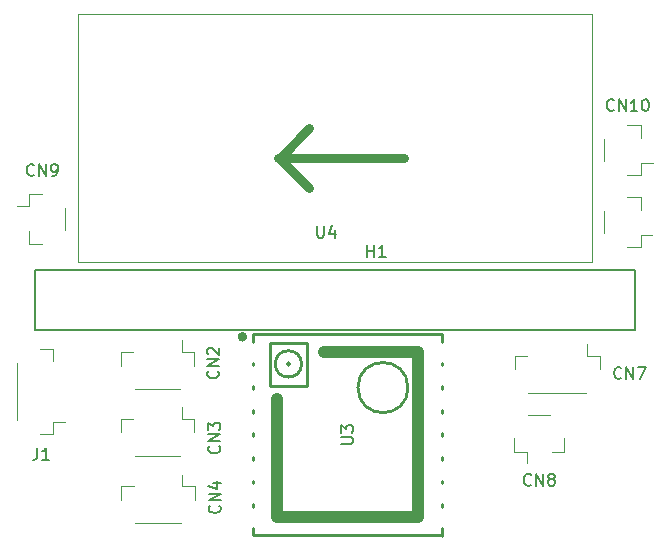
<source format=gbr>
%TF.GenerationSoftware,KiCad,Pcbnew,9.0.2*%
%TF.CreationDate,2025-09-10T19:31:46+05:30*%
%TF.ProjectId,ProDoc_Board1_2025-09-03,50726f44-6f63-45f4-926f-617264315f32,rev?*%
%TF.SameCoordinates,Original*%
%TF.FileFunction,Legend,Top*%
%TF.FilePolarity,Positive*%
%FSLAX46Y46*%
G04 Gerber Fmt 4.6, Leading zero omitted, Abs format (unit mm)*
G04 Created by KiCad (PCBNEW 9.0.2) date 2025-09-10 19:31:46*
%MOMM*%
%LPD*%
G01*
G04 APERTURE LIST*
%ADD10C,0.150000*%
%ADD11C,0.100000*%
%ADD12C,0.800000*%
%ADD13C,0.120000*%
%ADD14C,0.203000*%
%ADD15C,0.254000*%
%ADD16C,1.000000*%
%ADD17C,0.400000*%
G04 APERTURE END LIST*
D10*
X150728095Y-93744819D02*
X150728095Y-94554342D01*
X150728095Y-94554342D02*
X150775714Y-94649580D01*
X150775714Y-94649580D02*
X150823333Y-94697200D01*
X150823333Y-94697200D02*
X150918571Y-94744819D01*
X150918571Y-94744819D02*
X151109047Y-94744819D01*
X151109047Y-94744819D02*
X151204285Y-94697200D01*
X151204285Y-94697200D02*
X151251904Y-94649580D01*
X151251904Y-94649580D02*
X151299523Y-94554342D01*
X151299523Y-94554342D02*
X151299523Y-93744819D01*
X152204285Y-94078152D02*
X152204285Y-94744819D01*
X151966190Y-93697200D02*
X151728095Y-94411485D01*
X151728095Y-94411485D02*
X152347142Y-94411485D01*
X142454580Y-117430476D02*
X142502200Y-117478095D01*
X142502200Y-117478095D02*
X142549819Y-117620952D01*
X142549819Y-117620952D02*
X142549819Y-117716190D01*
X142549819Y-117716190D02*
X142502200Y-117859047D01*
X142502200Y-117859047D02*
X142406961Y-117954285D01*
X142406961Y-117954285D02*
X142311723Y-118001904D01*
X142311723Y-118001904D02*
X142121247Y-118049523D01*
X142121247Y-118049523D02*
X141978390Y-118049523D01*
X141978390Y-118049523D02*
X141787914Y-118001904D01*
X141787914Y-118001904D02*
X141692676Y-117954285D01*
X141692676Y-117954285D02*
X141597438Y-117859047D01*
X141597438Y-117859047D02*
X141549819Y-117716190D01*
X141549819Y-117716190D02*
X141549819Y-117620952D01*
X141549819Y-117620952D02*
X141597438Y-117478095D01*
X141597438Y-117478095D02*
X141645057Y-117430476D01*
X142549819Y-117001904D02*
X141549819Y-117001904D01*
X141549819Y-117001904D02*
X142549819Y-116430476D01*
X142549819Y-116430476D02*
X141549819Y-116430476D01*
X141883152Y-115525714D02*
X142549819Y-115525714D01*
X141502200Y-115763809D02*
X142216485Y-116001904D01*
X142216485Y-116001904D02*
X142216485Y-115382857D01*
X142319580Y-106050476D02*
X142367200Y-106098095D01*
X142367200Y-106098095D02*
X142414819Y-106240952D01*
X142414819Y-106240952D02*
X142414819Y-106336190D01*
X142414819Y-106336190D02*
X142367200Y-106479047D01*
X142367200Y-106479047D02*
X142271961Y-106574285D01*
X142271961Y-106574285D02*
X142176723Y-106621904D01*
X142176723Y-106621904D02*
X141986247Y-106669523D01*
X141986247Y-106669523D02*
X141843390Y-106669523D01*
X141843390Y-106669523D02*
X141652914Y-106621904D01*
X141652914Y-106621904D02*
X141557676Y-106574285D01*
X141557676Y-106574285D02*
X141462438Y-106479047D01*
X141462438Y-106479047D02*
X141414819Y-106336190D01*
X141414819Y-106336190D02*
X141414819Y-106240952D01*
X141414819Y-106240952D02*
X141462438Y-106098095D01*
X141462438Y-106098095D02*
X141510057Y-106050476D01*
X142414819Y-105621904D02*
X141414819Y-105621904D01*
X141414819Y-105621904D02*
X142414819Y-105050476D01*
X142414819Y-105050476D02*
X141414819Y-105050476D01*
X141510057Y-104621904D02*
X141462438Y-104574285D01*
X141462438Y-104574285D02*
X141414819Y-104479047D01*
X141414819Y-104479047D02*
X141414819Y-104240952D01*
X141414819Y-104240952D02*
X141462438Y-104145714D01*
X141462438Y-104145714D02*
X141510057Y-104098095D01*
X141510057Y-104098095D02*
X141605295Y-104050476D01*
X141605295Y-104050476D02*
X141700533Y-104050476D01*
X141700533Y-104050476D02*
X141843390Y-104098095D01*
X141843390Y-104098095D02*
X142414819Y-104669523D01*
X142414819Y-104669523D02*
X142414819Y-104050476D01*
X127036666Y-112539819D02*
X127036666Y-113254104D01*
X127036666Y-113254104D02*
X126989047Y-113396961D01*
X126989047Y-113396961D02*
X126893809Y-113492200D01*
X126893809Y-113492200D02*
X126750952Y-113539819D01*
X126750952Y-113539819D02*
X126655714Y-113539819D01*
X128036666Y-113539819D02*
X127465238Y-113539819D01*
X127750952Y-113539819D02*
X127750952Y-112539819D01*
X127750952Y-112539819D02*
X127655714Y-112682676D01*
X127655714Y-112682676D02*
X127560476Y-112777914D01*
X127560476Y-112777914D02*
X127465238Y-112825533D01*
X175840003Y-83933580D02*
X175792384Y-83981200D01*
X175792384Y-83981200D02*
X175649527Y-84028819D01*
X175649527Y-84028819D02*
X175554289Y-84028819D01*
X175554289Y-84028819D02*
X175411432Y-83981200D01*
X175411432Y-83981200D02*
X175316194Y-83885961D01*
X175316194Y-83885961D02*
X175268575Y-83790723D01*
X175268575Y-83790723D02*
X175220956Y-83600247D01*
X175220956Y-83600247D02*
X175220956Y-83457390D01*
X175220956Y-83457390D02*
X175268575Y-83266914D01*
X175268575Y-83266914D02*
X175316194Y-83171676D01*
X175316194Y-83171676D02*
X175411432Y-83076438D01*
X175411432Y-83076438D02*
X175554289Y-83028819D01*
X175554289Y-83028819D02*
X175649527Y-83028819D01*
X175649527Y-83028819D02*
X175792384Y-83076438D01*
X175792384Y-83076438D02*
X175840003Y-83124057D01*
X176268575Y-84028819D02*
X176268575Y-83028819D01*
X176268575Y-83028819D02*
X176840003Y-84028819D01*
X176840003Y-84028819D02*
X176840003Y-83028819D01*
X177840003Y-84028819D02*
X177268575Y-84028819D01*
X177554289Y-84028819D02*
X177554289Y-83028819D01*
X177554289Y-83028819D02*
X177459051Y-83171676D01*
X177459051Y-83171676D02*
X177363813Y-83266914D01*
X177363813Y-83266914D02*
X177268575Y-83314533D01*
X178459051Y-83028819D02*
X178554289Y-83028819D01*
X178554289Y-83028819D02*
X178649527Y-83076438D01*
X178649527Y-83076438D02*
X178697146Y-83124057D01*
X178697146Y-83124057D02*
X178744765Y-83219295D01*
X178744765Y-83219295D02*
X178792384Y-83409771D01*
X178792384Y-83409771D02*
X178792384Y-83647866D01*
X178792384Y-83647866D02*
X178744765Y-83838342D01*
X178744765Y-83838342D02*
X178697146Y-83933580D01*
X178697146Y-83933580D02*
X178649527Y-83981200D01*
X178649527Y-83981200D02*
X178554289Y-84028819D01*
X178554289Y-84028819D02*
X178459051Y-84028819D01*
X178459051Y-84028819D02*
X178363813Y-83981200D01*
X178363813Y-83981200D02*
X178316194Y-83933580D01*
X178316194Y-83933580D02*
X178268575Y-83838342D01*
X178268575Y-83838342D02*
X178220956Y-83647866D01*
X178220956Y-83647866D02*
X178220956Y-83409771D01*
X178220956Y-83409771D02*
X178268575Y-83219295D01*
X178268575Y-83219295D02*
X178316194Y-83124057D01*
X178316194Y-83124057D02*
X178363813Y-83076438D01*
X178363813Y-83076438D02*
X178459051Y-83028819D01*
X154968095Y-96364819D02*
X154968095Y-95364819D01*
X154968095Y-95841009D02*
X155539523Y-95841009D01*
X155539523Y-96364819D02*
X155539523Y-95364819D01*
X156539523Y-96364819D02*
X155968095Y-96364819D01*
X156253809Y-96364819D02*
X156253809Y-95364819D01*
X156253809Y-95364819D02*
X156158571Y-95507676D01*
X156158571Y-95507676D02*
X156063333Y-95602914D01*
X156063333Y-95602914D02*
X155968095Y-95650533D01*
X176479523Y-106614580D02*
X176431904Y-106662200D01*
X176431904Y-106662200D02*
X176289047Y-106709819D01*
X176289047Y-106709819D02*
X176193809Y-106709819D01*
X176193809Y-106709819D02*
X176050952Y-106662200D01*
X176050952Y-106662200D02*
X175955714Y-106566961D01*
X175955714Y-106566961D02*
X175908095Y-106471723D01*
X175908095Y-106471723D02*
X175860476Y-106281247D01*
X175860476Y-106281247D02*
X175860476Y-106138390D01*
X175860476Y-106138390D02*
X175908095Y-105947914D01*
X175908095Y-105947914D02*
X175955714Y-105852676D01*
X175955714Y-105852676D02*
X176050952Y-105757438D01*
X176050952Y-105757438D02*
X176193809Y-105709819D01*
X176193809Y-105709819D02*
X176289047Y-105709819D01*
X176289047Y-105709819D02*
X176431904Y-105757438D01*
X176431904Y-105757438D02*
X176479523Y-105805057D01*
X176908095Y-106709819D02*
X176908095Y-105709819D01*
X176908095Y-105709819D02*
X177479523Y-106709819D01*
X177479523Y-106709819D02*
X177479523Y-105709819D01*
X177860476Y-105709819D02*
X178527142Y-105709819D01*
X178527142Y-105709819D02*
X178098571Y-106709819D01*
X168839523Y-115654580D02*
X168791904Y-115702200D01*
X168791904Y-115702200D02*
X168649047Y-115749819D01*
X168649047Y-115749819D02*
X168553809Y-115749819D01*
X168553809Y-115749819D02*
X168410952Y-115702200D01*
X168410952Y-115702200D02*
X168315714Y-115606961D01*
X168315714Y-115606961D02*
X168268095Y-115511723D01*
X168268095Y-115511723D02*
X168220476Y-115321247D01*
X168220476Y-115321247D02*
X168220476Y-115178390D01*
X168220476Y-115178390D02*
X168268095Y-114987914D01*
X168268095Y-114987914D02*
X168315714Y-114892676D01*
X168315714Y-114892676D02*
X168410952Y-114797438D01*
X168410952Y-114797438D02*
X168553809Y-114749819D01*
X168553809Y-114749819D02*
X168649047Y-114749819D01*
X168649047Y-114749819D02*
X168791904Y-114797438D01*
X168791904Y-114797438D02*
X168839523Y-114845057D01*
X169268095Y-115749819D02*
X169268095Y-114749819D01*
X169268095Y-114749819D02*
X169839523Y-115749819D01*
X169839523Y-115749819D02*
X169839523Y-114749819D01*
X170458571Y-115178390D02*
X170363333Y-115130771D01*
X170363333Y-115130771D02*
X170315714Y-115083152D01*
X170315714Y-115083152D02*
X170268095Y-114987914D01*
X170268095Y-114987914D02*
X170268095Y-114940295D01*
X170268095Y-114940295D02*
X170315714Y-114845057D01*
X170315714Y-114845057D02*
X170363333Y-114797438D01*
X170363333Y-114797438D02*
X170458571Y-114749819D01*
X170458571Y-114749819D02*
X170649047Y-114749819D01*
X170649047Y-114749819D02*
X170744285Y-114797438D01*
X170744285Y-114797438D02*
X170791904Y-114845057D01*
X170791904Y-114845057D02*
X170839523Y-114940295D01*
X170839523Y-114940295D02*
X170839523Y-114987914D01*
X170839523Y-114987914D02*
X170791904Y-115083152D01*
X170791904Y-115083152D02*
X170744285Y-115130771D01*
X170744285Y-115130771D02*
X170649047Y-115178390D01*
X170649047Y-115178390D02*
X170458571Y-115178390D01*
X170458571Y-115178390D02*
X170363333Y-115226009D01*
X170363333Y-115226009D02*
X170315714Y-115273628D01*
X170315714Y-115273628D02*
X170268095Y-115368866D01*
X170268095Y-115368866D02*
X170268095Y-115559342D01*
X170268095Y-115559342D02*
X170315714Y-115654580D01*
X170315714Y-115654580D02*
X170363333Y-115702200D01*
X170363333Y-115702200D02*
X170458571Y-115749819D01*
X170458571Y-115749819D02*
X170649047Y-115749819D01*
X170649047Y-115749819D02*
X170744285Y-115702200D01*
X170744285Y-115702200D02*
X170791904Y-115654580D01*
X170791904Y-115654580D02*
X170839523Y-115559342D01*
X170839523Y-115559342D02*
X170839523Y-115368866D01*
X170839523Y-115368866D02*
X170791904Y-115273628D01*
X170791904Y-115273628D02*
X170744285Y-115226009D01*
X170744285Y-115226009D02*
X170649047Y-115178390D01*
X142424580Y-112400476D02*
X142472200Y-112448095D01*
X142472200Y-112448095D02*
X142519819Y-112590952D01*
X142519819Y-112590952D02*
X142519819Y-112686190D01*
X142519819Y-112686190D02*
X142472200Y-112829047D01*
X142472200Y-112829047D02*
X142376961Y-112924285D01*
X142376961Y-112924285D02*
X142281723Y-112971904D01*
X142281723Y-112971904D02*
X142091247Y-113019523D01*
X142091247Y-113019523D02*
X141948390Y-113019523D01*
X141948390Y-113019523D02*
X141757914Y-112971904D01*
X141757914Y-112971904D02*
X141662676Y-112924285D01*
X141662676Y-112924285D02*
X141567438Y-112829047D01*
X141567438Y-112829047D02*
X141519819Y-112686190D01*
X141519819Y-112686190D02*
X141519819Y-112590952D01*
X141519819Y-112590952D02*
X141567438Y-112448095D01*
X141567438Y-112448095D02*
X141615057Y-112400476D01*
X142519819Y-111971904D02*
X141519819Y-111971904D01*
X141519819Y-111971904D02*
X142519819Y-111400476D01*
X142519819Y-111400476D02*
X141519819Y-111400476D01*
X141519819Y-111019523D02*
X141519819Y-110400476D01*
X141519819Y-110400476D02*
X141900771Y-110733809D01*
X141900771Y-110733809D02*
X141900771Y-110590952D01*
X141900771Y-110590952D02*
X141948390Y-110495714D01*
X141948390Y-110495714D02*
X141996009Y-110448095D01*
X141996009Y-110448095D02*
X142091247Y-110400476D01*
X142091247Y-110400476D02*
X142329342Y-110400476D01*
X142329342Y-110400476D02*
X142424580Y-110448095D01*
X142424580Y-110448095D02*
X142472200Y-110495714D01*
X142472200Y-110495714D02*
X142519819Y-110590952D01*
X142519819Y-110590952D02*
X142519819Y-110876666D01*
X142519819Y-110876666D02*
X142472200Y-110971904D01*
X142472200Y-110971904D02*
X142424580Y-111019523D01*
X126739523Y-89434580D02*
X126691904Y-89482200D01*
X126691904Y-89482200D02*
X126549047Y-89529819D01*
X126549047Y-89529819D02*
X126453809Y-89529819D01*
X126453809Y-89529819D02*
X126310952Y-89482200D01*
X126310952Y-89482200D02*
X126215714Y-89386961D01*
X126215714Y-89386961D02*
X126168095Y-89291723D01*
X126168095Y-89291723D02*
X126120476Y-89101247D01*
X126120476Y-89101247D02*
X126120476Y-88958390D01*
X126120476Y-88958390D02*
X126168095Y-88767914D01*
X126168095Y-88767914D02*
X126215714Y-88672676D01*
X126215714Y-88672676D02*
X126310952Y-88577438D01*
X126310952Y-88577438D02*
X126453809Y-88529819D01*
X126453809Y-88529819D02*
X126549047Y-88529819D01*
X126549047Y-88529819D02*
X126691904Y-88577438D01*
X126691904Y-88577438D02*
X126739523Y-88625057D01*
X127168095Y-89529819D02*
X127168095Y-88529819D01*
X127168095Y-88529819D02*
X127739523Y-89529819D01*
X127739523Y-89529819D02*
X127739523Y-88529819D01*
X128263333Y-89529819D02*
X128453809Y-89529819D01*
X128453809Y-89529819D02*
X128549047Y-89482200D01*
X128549047Y-89482200D02*
X128596666Y-89434580D01*
X128596666Y-89434580D02*
X128691904Y-89291723D01*
X128691904Y-89291723D02*
X128739523Y-89101247D01*
X128739523Y-89101247D02*
X128739523Y-88720295D01*
X128739523Y-88720295D02*
X128691904Y-88625057D01*
X128691904Y-88625057D02*
X128644285Y-88577438D01*
X128644285Y-88577438D02*
X128549047Y-88529819D01*
X128549047Y-88529819D02*
X128358571Y-88529819D01*
X128358571Y-88529819D02*
X128263333Y-88577438D01*
X128263333Y-88577438D02*
X128215714Y-88625057D01*
X128215714Y-88625057D02*
X128168095Y-88720295D01*
X128168095Y-88720295D02*
X128168095Y-88958390D01*
X128168095Y-88958390D02*
X128215714Y-89053628D01*
X128215714Y-89053628D02*
X128263333Y-89101247D01*
X128263333Y-89101247D02*
X128358571Y-89148866D01*
X128358571Y-89148866D02*
X128549047Y-89148866D01*
X128549047Y-89148866D02*
X128644285Y-89101247D01*
X128644285Y-89101247D02*
X128691904Y-89053628D01*
X128691904Y-89053628D02*
X128739523Y-88958390D01*
X152744819Y-112201904D02*
X153554342Y-112201904D01*
X153554342Y-112201904D02*
X153649580Y-112154285D01*
X153649580Y-112154285D02*
X153697200Y-112106666D01*
X153697200Y-112106666D02*
X153744819Y-112011428D01*
X153744819Y-112011428D02*
X153744819Y-111820952D01*
X153744819Y-111820952D02*
X153697200Y-111725714D01*
X153697200Y-111725714D02*
X153649580Y-111678095D01*
X153649580Y-111678095D02*
X153554342Y-111630476D01*
X153554342Y-111630476D02*
X152744819Y-111630476D01*
X152744819Y-111249523D02*
X152744819Y-110630476D01*
X152744819Y-110630476D02*
X153125771Y-110963809D01*
X153125771Y-110963809D02*
X153125771Y-110820952D01*
X153125771Y-110820952D02*
X153173390Y-110725714D01*
X153173390Y-110725714D02*
X153221009Y-110678095D01*
X153221009Y-110678095D02*
X153316247Y-110630476D01*
X153316247Y-110630476D02*
X153554342Y-110630476D01*
X153554342Y-110630476D02*
X153649580Y-110678095D01*
X153649580Y-110678095D02*
X153697200Y-110725714D01*
X153697200Y-110725714D02*
X153744819Y-110820952D01*
X153744819Y-110820952D02*
X153744819Y-111106666D01*
X153744819Y-111106666D02*
X153697200Y-111201904D01*
X153697200Y-111201904D02*
X153649580Y-111249523D01*
D11*
%TO.C,U4*%
X173990000Y-96790000D02*
X173990000Y-75790000D01*
X173490000Y-96790000D02*
X130490000Y-96790000D01*
D12*
X158078000Y-87988000D02*
X147410000Y-87988000D01*
X147640000Y-88139000D02*
X150053000Y-90552000D01*
X147640000Y-87885000D02*
X150053000Y-85472000D01*
D11*
X130490000Y-96790000D02*
X130490000Y-75790000D01*
X130490000Y-75790000D02*
X173490000Y-75790000D01*
X173990000Y-75790000D02*
X173490000Y-75790000D01*
X173990000Y-96790000D02*
X173490000Y-96790000D01*
D13*
%TO.C,CN4*%
X134130000Y-115815000D02*
X135180000Y-115815000D01*
X134130000Y-116965000D02*
X134130000Y-115815000D01*
X139180000Y-118935000D02*
X135300000Y-118935000D01*
X139300000Y-115815000D02*
X139300000Y-114825000D01*
X140350000Y-115815000D02*
X139300000Y-115815000D01*
X140350000Y-116965000D02*
X140350000Y-115815000D01*
%TO.C,CN2*%
X134100000Y-104425000D02*
X135150000Y-104425000D01*
X134100000Y-105575000D02*
X134100000Y-104425000D01*
X139150000Y-107545000D02*
X135270000Y-107545000D01*
X139270000Y-104425000D02*
X139270000Y-103435000D01*
X140320000Y-104425000D02*
X139270000Y-104425000D01*
X140320000Y-105575000D02*
X140320000Y-104425000D01*
%TO.C,J1*%
X125280000Y-110215000D02*
X125280000Y-105335000D01*
X127250000Y-104165000D02*
X128400000Y-104165000D01*
X127250000Y-111385000D02*
X128400000Y-111385000D01*
X128400000Y-104165000D02*
X128400000Y-105215000D01*
X128400000Y-110335000D02*
X129390000Y-110335000D01*
X128400000Y-111385000D02*
X128400000Y-110335000D01*
%TO.C,CN10*%
X178127400Y-89440000D02*
X178127400Y-88390000D01*
X178127400Y-88390000D02*
X179117400Y-88390000D01*
X178127400Y-85220000D02*
X178127400Y-86270000D01*
X176977400Y-89440000D02*
X178127400Y-89440000D01*
X176977400Y-85220000D02*
X178127400Y-85220000D01*
X175007400Y-88270000D02*
X175007400Y-86390000D01*
D14*
%TO.C,H1*%
X126840000Y-97500000D02*
X126840000Y-102580000D01*
X126840000Y-102580000D02*
X177640000Y-102580000D01*
X177640000Y-97500000D02*
X126840000Y-97500000D01*
X177640000Y-102580000D02*
X177640000Y-97500000D01*
D13*
%TO.C,CN7*%
X167440000Y-104755000D02*
X168490000Y-104755000D01*
X167440000Y-105905000D02*
X167440000Y-104755000D01*
X173490000Y-107875000D02*
X168610000Y-107875000D01*
X173610000Y-104755000D02*
X173610000Y-103765000D01*
X174660000Y-104755000D02*
X173610000Y-104755000D01*
X174660000Y-105905000D02*
X174660000Y-104755000D01*
%TO.C,CN8*%
X167420000Y-111705000D02*
X167420000Y-112855000D01*
X167420000Y-112855000D02*
X168470000Y-112855000D01*
X168470000Y-112855000D02*
X168470000Y-113845000D01*
X168590000Y-109735000D02*
X170470000Y-109735000D01*
X171640000Y-111705000D02*
X171640000Y-112855000D01*
X171640000Y-112855000D02*
X170590000Y-112855000D01*
%TO.C,CN3*%
X134090000Y-110085000D02*
X135140000Y-110085000D01*
X134090000Y-111235000D02*
X134090000Y-110085000D01*
X139140000Y-113205000D02*
X135260000Y-113205000D01*
X139260000Y-110085000D02*
X139260000Y-109095000D01*
X140310000Y-110085000D02*
X139260000Y-110085000D01*
X140310000Y-111235000D02*
X140310000Y-110085000D01*
%TO.C,CN9*%
X129410000Y-92225000D02*
X129410000Y-94105000D01*
X127440000Y-95275000D02*
X126290000Y-95275000D01*
X127440000Y-91055000D02*
X126290000Y-91055000D01*
X126290000Y-95275000D02*
X126290000Y-94225000D01*
X126290000Y-92105000D02*
X125300000Y-92105000D01*
X126290000Y-91055000D02*
X126290000Y-92105000D01*
D15*
%TO.C,U3*%
X145286000Y-102937000D02*
X145286000Y-103559000D01*
X145286000Y-105321000D02*
X145286000Y-105559000D01*
X145286000Y-107321000D02*
X145286000Y-107559000D01*
X145286000Y-109321000D02*
X145286000Y-109559000D01*
X145286000Y-111321000D02*
X145286000Y-111559000D01*
X145286000Y-113321000D02*
X145286000Y-113559000D01*
X145286000Y-115321000D02*
X145286000Y-115559000D01*
X145286000Y-117321000D02*
X145286000Y-117559000D01*
X145286000Y-119321000D02*
X145286000Y-119940000D01*
X145290000Y-119940000D02*
X161290000Y-119940000D01*
X146690000Y-103640000D02*
X149890000Y-103640000D01*
X146690000Y-107340000D02*
X146690000Y-103640000D01*
D16*
X147290000Y-118440000D02*
X147290000Y-108440000D01*
D15*
X149890000Y-103640000D02*
X149890000Y-107340000D01*
X149890000Y-107340000D02*
X146690000Y-107340000D01*
D16*
X151290000Y-104440000D02*
X159290000Y-104440000D01*
X159290000Y-104440000D02*
X159290000Y-118440000D01*
X159290000Y-118440000D02*
X147290000Y-118440000D01*
D15*
X161286000Y-102937000D02*
X145286000Y-102937000D01*
X161286000Y-102937000D02*
X161286000Y-103559000D01*
X161286000Y-105321000D02*
X161286000Y-105560500D01*
X161286000Y-107322500D02*
X161286000Y-107559000D01*
X161286000Y-109321000D02*
X161286000Y-109559000D01*
X161286000Y-111321000D02*
X161286000Y-111559000D01*
X161286000Y-113321000D02*
X161286000Y-113559000D01*
X161286000Y-115321000D02*
X161286000Y-115559000D01*
X161286000Y-117321000D02*
X161286000Y-117559000D01*
X161286000Y-119321000D02*
X161286000Y-120040000D01*
D17*
X144590000Y-103140000D02*
G75*
G02*
X144190000Y-103140000I-200000J0D01*
G01*
X144190000Y-103140000D02*
G75*
G02*
X144590000Y-103140000I200000J0D01*
G01*
D15*
X148390000Y-105440000D02*
G75*
G02*
X148190000Y-105440000I-100000J0D01*
G01*
X148190000Y-105440000D02*
G75*
G02*
X148390000Y-105440000I100000J0D01*
G01*
X149408000Y-105440000D02*
G75*
G02*
X147172000Y-105440000I-1118000J0D01*
G01*
X147172000Y-105440000D02*
G75*
G02*
X149408000Y-105440000I1118000J0D01*
G01*
X158413500Y-107441500D02*
G75*
G02*
X154170500Y-107441500I-2121500J0D01*
G01*
X154170500Y-107441500D02*
G75*
G02*
X158413500Y-107441500I2121500J0D01*
G01*
D13*
%TO.C,CN11*%
X178115000Y-95550000D02*
X178115000Y-94500000D01*
X178115000Y-94500000D02*
X179105000Y-94500000D01*
X178115000Y-91330000D02*
X178115000Y-92380000D01*
X176965000Y-95550000D02*
X178115000Y-95550000D01*
X176965000Y-91330000D02*
X178115000Y-91330000D01*
X174995000Y-94380000D02*
X174995000Y-92500000D01*
%TD*%
M02*

</source>
